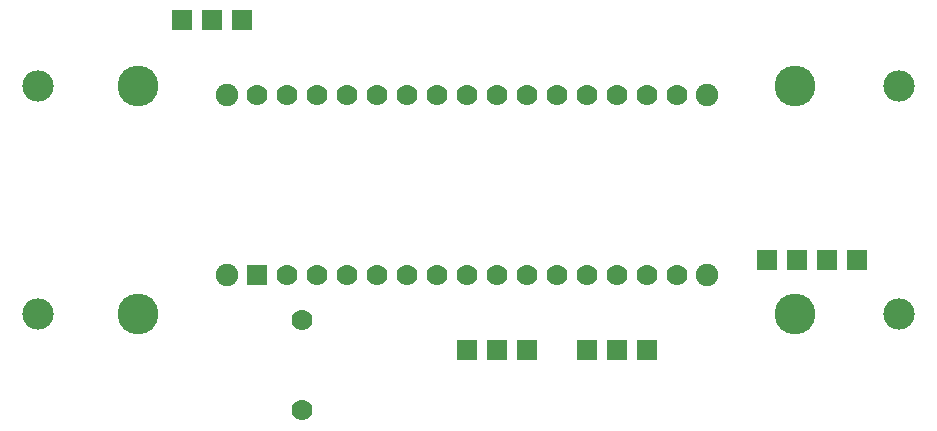
<source format=gbr>
G04 DesignSpark PCB Gerber Version 10.0 Build 5299*
G04 #@! TF.Part,Single*
G04 #@! TF.FileFunction,Soldermask,Top*
G04 #@! TF.FilePolarity,Negative*
%FSLAX35Y35*%
%MOIN*%
G04 #@! TA.AperFunction,ComponentPad*
%ADD17R,0.07000X0.07000*%
%ADD18C,0.07000*%
%ADD19C,0.07496*%
%ADD70C,0.10449*%
%ADD71C,0.13598*%
G04 #@! TD.AperFunction*
X0Y0D02*
D02*
D17*
X70604Y145250D03*
X80604D03*
X90604D03*
X95604Y60250D03*
X165604Y35250D03*
X175604D03*
X185604D03*
X205604D03*
X215604D03*
X225604D03*
X265604Y65250D03*
X275604D03*
X285604D03*
X295604D03*
D02*
D18*
X95604Y120250D03*
X105604Y60250D03*
Y120250D03*
X110604Y15250D03*
Y45250D03*
X115604Y60250D03*
Y120250D03*
X125604Y60250D03*
Y120250D03*
X135604Y60250D03*
Y120250D03*
X145604Y60250D03*
Y120250D03*
X155604Y60250D03*
Y120250D03*
X165604Y60250D03*
Y120250D03*
X175604Y60250D03*
Y120250D03*
X185604Y60250D03*
Y120250D03*
X195604Y60250D03*
Y120250D03*
X205604Y60250D03*
Y120250D03*
X215604Y60250D03*
Y120250D03*
X225604Y60250D03*
Y120250D03*
X235604Y60250D03*
Y120250D03*
D02*
D19*
X85604Y60250D03*
Y120250D03*
X245604Y60250D03*
Y120250D03*
D02*
D70*
X22691Y47258D03*
Y123242D03*
X309698Y47258D03*
Y123242D03*
D02*
D71*
X56116Y47258D03*
Y123242D03*
X275092Y47258D03*
Y123242D03*
X0Y0D02*
M02*

</source>
